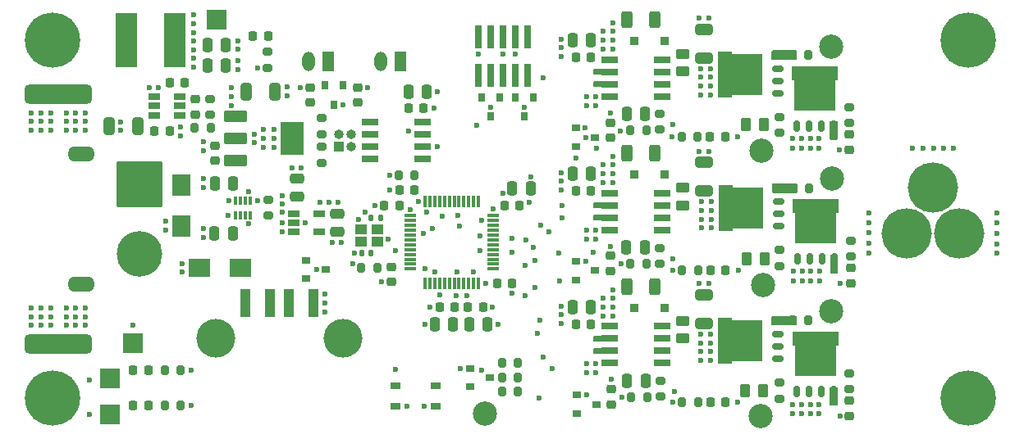
<source format=gts>
%TF.GenerationSoftware,KiCad,Pcbnew,8.0.9-8.0.9-0~ubuntu22.04.1*%
%TF.CreationDate,2025-12-20T23:57:42-07:00*%
%TF.ProjectId,ESC_KiCAD,4553435f-4b69-4434-9144-2e6b69636164,A*%
%TF.SameCoordinates,Original*%
%TF.FileFunction,Soldermask,Top*%
%TF.FilePolarity,Negative*%
%FSLAX46Y46*%
G04 Gerber Fmt 4.6, Leading zero omitted, Abs format (unit mm)*
G04 Created by KiCad (PCBNEW 8.0.9-8.0.9-0~ubuntu22.04.1) date 2025-12-20 23:57:42*
%MOMM*%
%LPD*%
G01*
G04 APERTURE LIST*
G04 Aperture macros list*
%AMRoundRect*
0 Rectangle with rounded corners*
0 $1 Rounding radius*
0 $2 $3 $4 $5 $6 $7 $8 $9 X,Y pos of 4 corners*
0 Add a 4 corners polygon primitive as box body*
4,1,4,$2,$3,$4,$5,$6,$7,$8,$9,$2,$3,0*
0 Add four circle primitives for the rounded corners*
1,1,$1+$1,$2,$3*
1,1,$1+$1,$4,$5*
1,1,$1+$1,$6,$7*
1,1,$1+$1,$8,$9*
0 Add four rect primitives between the rounded corners*
20,1,$1+$1,$2,$3,$4,$5,0*
20,1,$1+$1,$4,$5,$6,$7,0*
20,1,$1+$1,$6,$7,$8,$9,0*
20,1,$1+$1,$8,$9,$2,$3,0*%
%AMFreePoly0*
4,1,9,2.100000,-2.000000,2.350000,-2.000000,2.350000,-3.500000,-2.350000,-3.500000,-2.350000,-2.000000,-2.100000,-2.000000,-2.100000,1.100000,2.100000,1.100000,2.100000,-2.000000,2.100000,-2.000000,$1*%
G04 Aperture macros list end*
%ADD10RoundRect,0.061667X0.783333X0.308333X-0.783333X0.308333X-0.783333X-0.308333X0.783333X-0.308333X0*%
%ADD11R,0.800000X0.900000*%
%ADD12C,4.000000*%
%ADD13R,1.120000X2.880000*%
%ADD14RoundRect,0.066667X-0.133333X0.318333X-0.133333X-0.318333X0.133333X-0.318333X0.133333X0.318333X0*%
%ADD15RoundRect,0.102000X-1.075000X-1.625000X1.075000X-1.625000X1.075000X1.625000X-1.075000X1.625000X0*%
%ADD16RoundRect,0.102000X-1.075000X-0.475000X1.075000X-0.475000X1.075000X0.475000X-1.075000X0.475000X0*%
%ADD17RoundRect,0.061667X0.558333X-0.308333X0.558333X0.308333X-0.558333X0.308333X-0.558333X-0.308333X0*%
%ADD18O,2.804000X1.604000*%
%ADD19C,4.704000*%
%ADD20RoundRect,0.102000X2.250000X-2.250000X2.250000X2.250000X-2.250000X2.250000X-2.250000X-2.250000X0*%
%ADD21C,5.200000*%
%ADD22RoundRect,0.250000X0.450000X-0.262500X0.450000X0.262500X-0.450000X0.262500X-0.450000X-0.262500X0*%
%ADD23C,5.700000*%
%ADD24RoundRect,0.200000X0.200000X0.275000X-0.200000X0.275000X-0.200000X-0.275000X0.200000X-0.275000X0*%
%ADD25C,2.500000*%
%ADD26RoundRect,0.250000X0.650000X-0.325000X0.650000X0.325000X-0.650000X0.325000X-0.650000X-0.325000X0*%
%ADD27RoundRect,0.218750X0.218750X0.256250X-0.218750X0.256250X-0.218750X-0.256250X0.218750X-0.256250X0*%
%ADD28RoundRect,0.200000X0.275000X-0.200000X0.275000X0.200000X-0.275000X0.200000X-0.275000X-0.200000X0*%
%ADD29RoundRect,0.500000X-3.000000X-0.500000X3.000000X-0.500000X3.000000X0.500000X-3.000000X0.500000X0*%
%ADD30RoundRect,0.225000X-0.225000X-0.250000X0.225000X-0.250000X0.225000X0.250000X-0.225000X0.250000X0*%
%ADD31RoundRect,0.225000X-0.250000X0.225000X-0.250000X-0.225000X0.250000X-0.225000X0.250000X0.225000X0*%
%ADD32R,0.900000X0.800000*%
%ADD33RoundRect,0.250000X-0.250000X-0.475000X0.250000X-0.475000X0.250000X0.475000X-0.250000X0.475000X0*%
%ADD34RoundRect,0.200000X-0.200000X-0.275000X0.200000X-0.275000X0.200000X0.275000X-0.200000X0.275000X0*%
%ADD35O,1.000000X1.000000*%
%ADD36R,1.000000X1.000000*%
%ADD37RoundRect,0.250000X-0.312500X-0.625000X0.312500X-0.625000X0.312500X0.625000X-0.312500X0.625000X0*%
%ADD38FreePoly0,180.000000*%
%ADD39RoundRect,0.175000X0.175000X0.400000X-0.175000X0.400000X-0.175000X-0.400000X0.175000X-0.400000X0*%
%ADD40FreePoly0,270.000000*%
%ADD41RoundRect,0.175000X-0.400000X0.175000X-0.400000X-0.175000X0.400000X-0.175000X0.400000X0.175000X0*%
%ADD42R,0.304800X1.193800*%
%ADD43R,1.193800X0.304800*%
%ADD44RoundRect,0.250000X0.250000X0.475000X-0.250000X0.475000X-0.250000X-0.475000X0.250000X-0.475000X0*%
%ADD45RoundRect,0.250000X-0.325000X-0.650000X0.325000X-0.650000X0.325000X0.650000X-0.325000X0.650000X0*%
%ADD46RoundRect,0.225000X0.225000X0.250000X-0.225000X0.250000X-0.225000X-0.250000X0.225000X-0.250000X0*%
%ADD47RoundRect,0.200000X-0.275000X0.200000X-0.275000X-0.200000X0.275000X-0.200000X0.275000X0.200000X0*%
%ADD48RoundRect,0.250000X-0.262500X-0.450000X0.262500X-0.450000X0.262500X0.450000X-0.262500X0.450000X0*%
%ADD49RoundRect,0.140000X0.140000X0.170000X-0.140000X0.170000X-0.140000X-0.170000X0.140000X-0.170000X0*%
%ADD50RoundRect,0.250000X0.325000X0.650000X-0.325000X0.650000X-0.325000X-0.650000X0.325000X-0.650000X0*%
%ADD51R,1.900000X2.200000*%
%ADD52RoundRect,0.225000X0.250000X-0.225000X0.250000X0.225000X-0.250000X0.225000X-0.250000X-0.225000X0*%
%ADD53RoundRect,0.061667X-0.783333X-0.308333X0.783333X-0.308333X0.783333X0.308333X-0.783333X0.308333X0*%
%ADD54R,2.200000X5.700000*%
%ADD55O,1.300000X2.000000*%
%ADD56R,1.300000X2.000000*%
%ADD57R,2.000000X2.000000*%
%ADD58R,1.050000X0.650000*%
%ADD59RoundRect,0.250000X-0.475000X0.250000X-0.475000X-0.250000X0.475000X-0.250000X0.475000X0.250000X0*%
%ADD60RoundRect,0.250000X0.475000X-0.250000X0.475000X0.250000X-0.475000X0.250000X-0.475000X-0.250000X0*%
%ADD61R,0.900000X0.950000*%
%ADD62R,0.800000X2.400000*%
%ADD63R,1.200000X1.000000*%
%ADD64R,2.200000X1.900000*%
%ADD65C,0.600000*%
G04 APERTURE END LIST*
D10*
X157400000Y-83705000D03*
X157400000Y-82435000D03*
X157400000Y-81165000D03*
X157400000Y-79895000D03*
X162800000Y-79895000D03*
X162800000Y-81165000D03*
X162800000Y-82435000D03*
X162800000Y-83705000D03*
D11*
X153624400Y-78050000D03*
X152674400Y-76050000D03*
X154574400Y-76050000D03*
D12*
X154570000Y-102188100D03*
X141430000Y-102188100D03*
D13*
X151500000Y-98608100D03*
X149000000Y-98608100D03*
X147000000Y-98608100D03*
X144500000Y-98608100D03*
D14*
X145000189Y-89525600D03*
X144500063Y-89525600D03*
X144000000Y-89525600D03*
X143500000Y-89525600D03*
X143500000Y-88025600D03*
X144000000Y-88025600D03*
X144500000Y-88025600D03*
X145000189Y-88025600D03*
D15*
X149300000Y-81550000D03*
D16*
X143500000Y-83850000D03*
X143500000Y-81550000D03*
X143500000Y-79250000D03*
D17*
X137700000Y-77249999D03*
X137700000Y-78200000D03*
X137700000Y-79149998D03*
X135100000Y-79149998D03*
X135100000Y-78200000D03*
X135100000Y-77250000D03*
D18*
X127539400Y-96650000D03*
X127539400Y-83150000D03*
D19*
X133539400Y-93500000D03*
D20*
X133539400Y-86300000D03*
D21*
X215450000Y-86600000D03*
X212700000Y-91350000D03*
X218200000Y-91350000D03*
D22*
X189650000Y-86637500D03*
X189650000Y-88462500D03*
D23*
X124600000Y-71400000D03*
D11*
X173284400Y-79300000D03*
X172334400Y-77300000D03*
X174234400Y-77300000D03*
D24*
X139275000Y-80500000D03*
X140925000Y-80500000D03*
D25*
X204950000Y-99450000D03*
D26*
X191850000Y-84025000D03*
X191850000Y-86975000D03*
D27*
X192493450Y-95200000D03*
X194068450Y-95200000D03*
D28*
X187255000Y-92875000D03*
X187255000Y-94525000D03*
D29*
X125200000Y-77000000D03*
D30*
X180170000Y-73195000D03*
X178620000Y-73195000D03*
D31*
X182150000Y-81470000D03*
X182150000Y-79920000D03*
D32*
X152800000Y-95100000D03*
X150800000Y-96050000D03*
X150800000Y-94150000D03*
D33*
X180150000Y-85195000D03*
X178250000Y-85195000D03*
D34*
X137837500Y-105500000D03*
X136187500Y-105500000D03*
D35*
X155395000Y-81154400D03*
X155395000Y-82424400D03*
X154125000Y-81154400D03*
D36*
X154125000Y-82424400D03*
D27*
X192444050Y-81400000D03*
X194019050Y-81400000D03*
D24*
X184225000Y-80745000D03*
X185875000Y-80745000D03*
D37*
X186757500Y-96895000D03*
X183832500Y-96895000D03*
D33*
X143250000Y-86200000D03*
X141350000Y-86200000D03*
D32*
X180600000Y-95215000D03*
X178600000Y-96165000D03*
X178600000Y-94265000D03*
D38*
X203300000Y-104995000D03*
D39*
X205205000Y-107720000D03*
X203935000Y-107720000D03*
X202665000Y-107720000D03*
X201395000Y-107720000D03*
D40*
X196800000Y-88750000D03*
D41*
X199525000Y-86845000D03*
X199525000Y-88115000D03*
X199525000Y-89385000D03*
X199525000Y-90655000D03*
D24*
X160325000Y-85399999D03*
X161975000Y-85399999D03*
D34*
X202620000Y-100395000D03*
X200970000Y-100395000D03*
D42*
X163050000Y-88050000D03*
X163549999Y-88050000D03*
X164050001Y-88050000D03*
X164550000Y-88050000D03*
X165049999Y-88050000D03*
X165550000Y-88050000D03*
X166050000Y-88050000D03*
X166550001Y-88050000D03*
X167050000Y-88050000D03*
X167549999Y-88050000D03*
X168050001Y-88050000D03*
X168550000Y-88050000D03*
D43*
X170049999Y-89549999D03*
X170049999Y-90049998D03*
X170049999Y-90550000D03*
X170049999Y-91049999D03*
X170049999Y-91549998D03*
X170049999Y-92049999D03*
X170049999Y-92549999D03*
X170049999Y-93050000D03*
X170049999Y-93549999D03*
X170049999Y-94049998D03*
X170049999Y-94550000D03*
X170049999Y-95049999D03*
D42*
X168550000Y-96549998D03*
X168050001Y-96549998D03*
X167549999Y-96549998D03*
X167050000Y-96549998D03*
X166550001Y-96549998D03*
X166050000Y-96549998D03*
X165550000Y-96549998D03*
X165049999Y-96549998D03*
X164550000Y-96549998D03*
X164050001Y-96549998D03*
X163549999Y-96549998D03*
X163050000Y-96549998D03*
D43*
X161550001Y-95049999D03*
X161550001Y-94550000D03*
X161550001Y-94049998D03*
X161550001Y-93549999D03*
X161550001Y-93050000D03*
X161550001Y-92549999D03*
X161550001Y-92049999D03*
X161550001Y-91549998D03*
X161550001Y-91049999D03*
X161550001Y-90550000D03*
X161550001Y-90049998D03*
X161550001Y-89549999D03*
D44*
X183900000Y-106595000D03*
X185800000Y-106595000D03*
D22*
X189595000Y-72832500D03*
X189595000Y-74657500D03*
D45*
X147575000Y-76700000D03*
X144625000Y-76700000D03*
D46*
X170475000Y-96549999D03*
X172025000Y-96549999D03*
D30*
X160375000Y-88499999D03*
X158825000Y-88499999D03*
D23*
X219100000Y-71400000D03*
D47*
X206950000Y-93775000D03*
X206950000Y-92125000D03*
X146800000Y-74275000D03*
X146800000Y-72625000D03*
D28*
X187250000Y-79015000D03*
X187250000Y-80665000D03*
D31*
X182295000Y-109035000D03*
X182295000Y-107485000D03*
D34*
X202620000Y-72945000D03*
X200970000Y-72945000D03*
D47*
X206850000Y-79965000D03*
X206850000Y-78315000D03*
D34*
X172625000Y-107700000D03*
X170975000Y-107700000D03*
D47*
X140850000Y-79125000D03*
X140850000Y-77475000D03*
X199650000Y-94750000D03*
X199650000Y-93100000D03*
D11*
X169834400Y-79300000D03*
X168884400Y-77300000D03*
X170784400Y-77300000D03*
D47*
X199595000Y-108470000D03*
X199595000Y-106820000D03*
D33*
X143200000Y-91350000D03*
X141300000Y-91350000D03*
D26*
X191795000Y-70270000D03*
X191795000Y-73220000D03*
D30*
X162875000Y-78400000D03*
X161325000Y-78400000D03*
D48*
X198062500Y-94000000D03*
X196237500Y-94000000D03*
D30*
X180175000Y-86995000D03*
X178625000Y-86995000D03*
D27*
X132900000Y-109200000D03*
X134475000Y-109200000D03*
D49*
X156520001Y-93449999D03*
X157480001Y-93449999D03*
D46*
X136725000Y-75800000D03*
X138275000Y-75800000D03*
D38*
X203295000Y-77545000D03*
D39*
X205200000Y-80270000D03*
X203930000Y-80270000D03*
X202660000Y-80270000D03*
X201390000Y-80270000D03*
D48*
X198007500Y-80145000D03*
X196182500Y-80145000D03*
D37*
X186762500Y-83095000D03*
X183837500Y-83095000D03*
D47*
X206850000Y-107475000D03*
X206850000Y-105825000D03*
D31*
X139350000Y-79075000D03*
X139350000Y-77525000D03*
D34*
X191206550Y-95200000D03*
X189556550Y-95200000D03*
D33*
X142500000Y-71900000D03*
X140600000Y-71900000D03*
D30*
X161925000Y-86899999D03*
X160375000Y-86899999D03*
D25*
X197900000Y-96700000D03*
D34*
X202675000Y-86700000D03*
X201025000Y-86700000D03*
D50*
X130425000Y-80300000D03*
X133375000Y-80300000D03*
D51*
X137900000Y-90588100D03*
X137900000Y-86388100D03*
D29*
X125200000Y-102800000D03*
D46*
X135125000Y-80800000D03*
X136675000Y-80800000D03*
D34*
X191181550Y-81400000D03*
X189531550Y-81400000D03*
D25*
X169200000Y-110000000D03*
D52*
X156100000Y-76275000D03*
X156100000Y-77825000D03*
D53*
X187495000Y-100990000D03*
X187495000Y-102260000D03*
X187495000Y-103530000D03*
X187495000Y-104800000D03*
X182095000Y-104800000D03*
X182095000Y-103530000D03*
X182095000Y-102260000D03*
X182095000Y-100990000D03*
D47*
X152345000Y-81125000D03*
X152345000Y-79475000D03*
D34*
X137825000Y-109200000D03*
X136175000Y-109200000D03*
D52*
X206850000Y-108675000D03*
X206850000Y-110225000D03*
D54*
X137200000Y-71400000D03*
X132200000Y-71400000D03*
D22*
X189595000Y-100432500D03*
X189595000Y-102257500D03*
D46*
X171225000Y-88499999D03*
X172775000Y-88499999D03*
D44*
X183805000Y-92800000D03*
X185705000Y-92800000D03*
D55*
X158500000Y-73625000D03*
D56*
X160500000Y-73625000D03*
D34*
X172625000Y-104800000D03*
X170975000Y-104800000D03*
D23*
X124600000Y-108400000D03*
D47*
X146850000Y-89525000D03*
X146850000Y-87875000D03*
D25*
X197700000Y-110300000D03*
D57*
X130512500Y-106400000D03*
D52*
X206950000Y-94975000D03*
X206950000Y-96525000D03*
D34*
X191212500Y-108800000D03*
X189562500Y-108800000D03*
D57*
X141550000Y-69300000D03*
D52*
X151150000Y-76300000D03*
X151150000Y-77850000D03*
D44*
X183832500Y-79040000D03*
X185732500Y-79040000D03*
D24*
X184225000Y-94515000D03*
X185875000Y-94515000D03*
D28*
X187350000Y-106620000D03*
X187350000Y-108270000D03*
D17*
X152100000Y-89349999D03*
X152100000Y-91249998D03*
X149500000Y-91249998D03*
X149500000Y-90300000D03*
X149500000Y-89350000D03*
D58*
X164150600Y-109275000D03*
X160000600Y-109275000D03*
X164150600Y-107125000D03*
X160000600Y-107125000D03*
D34*
X158125001Y-94899999D03*
X156475001Y-94899999D03*
D33*
X142500000Y-74000000D03*
X140600000Y-74000000D03*
D48*
X197907500Y-107595000D03*
X196082500Y-107595000D03*
D53*
X187495000Y-73390000D03*
X187495000Y-74660000D03*
X187495000Y-75930000D03*
X187495000Y-77200000D03*
X182095000Y-77200000D03*
X182095000Y-75930000D03*
X182095000Y-74660000D03*
X182095000Y-73390000D03*
D32*
X180600000Y-81445000D03*
X178600000Y-82395000D03*
X178600000Y-80495000D03*
D25*
X204950000Y-72050000D03*
D59*
X149800000Y-87600000D03*
X149800000Y-85700000D03*
D60*
X153950000Y-89350000D03*
X153950000Y-91250000D03*
D46*
X167475000Y-98999999D03*
X169025000Y-98999999D03*
D37*
X186757500Y-69295000D03*
X183832500Y-69295000D03*
D44*
X167600000Y-100749999D03*
X169500000Y-100749999D03*
D27*
X132925000Y-105500000D03*
X134500000Y-105500000D03*
D24*
X184320000Y-108310000D03*
X185970000Y-108310000D03*
D38*
X203350000Y-91300000D03*
D39*
X205255000Y-94025000D03*
X203985000Y-94025000D03*
X202715000Y-94025000D03*
X201445000Y-94025000D03*
D31*
X182150000Y-95240000D03*
X182150000Y-93690000D03*
D33*
X165950000Y-100749999D03*
X164050000Y-100749999D03*
X172050000Y-86750000D03*
X173950000Y-86750000D03*
D27*
X145262500Y-70950000D03*
X146837500Y-70950000D03*
D61*
X184620000Y-99095000D03*
X187770000Y-99095000D03*
D55*
X151050000Y-73625000D03*
D56*
X153050000Y-73625000D03*
D25*
X205050000Y-85750000D03*
D61*
X184620000Y-71495000D03*
X187770000Y-71495000D03*
D62*
X168570000Y-75000000D03*
X168570000Y-71099998D03*
X169840000Y-75000000D03*
X169840000Y-71099998D03*
X171110000Y-75000000D03*
X171110000Y-71099998D03*
X172380000Y-75000000D03*
X172380000Y-71099998D03*
X173650000Y-75000000D03*
X173650000Y-71099998D03*
D52*
X159600001Y-94824999D03*
X159600001Y-96374999D03*
D27*
X192462500Y-108800000D03*
X194037500Y-108800000D03*
D40*
X196745000Y-74995000D03*
D41*
X199470000Y-73090000D03*
X199470000Y-74360000D03*
X199470000Y-75630000D03*
X199470000Y-76900000D03*
D49*
X157470001Y-89749999D03*
X158430001Y-89749999D03*
D31*
X141350000Y-83875000D03*
X141350000Y-82325000D03*
D32*
X169700000Y-106300000D03*
X167700000Y-107250000D03*
X167700000Y-105350000D03*
D33*
X180145000Y-98995000D03*
X178245000Y-98995000D03*
D47*
X199595000Y-80970000D03*
X199595000Y-79320000D03*
D30*
X180170000Y-100795000D03*
X178620000Y-100795000D03*
D47*
X152345000Y-84075000D03*
X152345000Y-82425000D03*
D57*
X130500000Y-110100000D03*
D61*
X184625000Y-85295000D03*
X187775000Y-85295000D03*
D30*
X166075000Y-98999999D03*
X164525000Y-98999999D03*
D53*
X187500000Y-87195000D03*
X187500000Y-88465000D03*
X187500000Y-89735000D03*
X187500000Y-91005000D03*
X182100000Y-91005000D03*
X182100000Y-89735000D03*
X182100000Y-88465000D03*
X182100000Y-87195000D03*
D63*
X158100001Y-92249999D03*
X156400001Y-92249999D03*
X156400001Y-90949999D03*
X158100001Y-90949999D03*
D64*
X139750000Y-94950000D03*
X143950000Y-94950000D03*
D33*
X180145000Y-71395000D03*
X178245000Y-71395000D03*
D52*
X206850000Y-81175000D03*
X206850000Y-82725000D03*
D40*
X196745000Y-102445000D03*
D41*
X199470000Y-100540000D03*
X199470000Y-101810000D03*
X199470000Y-103080000D03*
X199470000Y-104350000D03*
D34*
X172625000Y-106250000D03*
X170975000Y-106250000D03*
D23*
X219100000Y-108400000D03*
D32*
X180745000Y-109035600D03*
X178745000Y-109985600D03*
X178745000Y-108085600D03*
D33*
X163250000Y-76700000D03*
X161350000Y-76700000D03*
D25*
X197750000Y-82850000D03*
D57*
X132900000Y-102700000D03*
D26*
X191800000Y-97720000D03*
X191800000Y-100670000D03*
D65*
X216550000Y-82600000D03*
X217550000Y-82600000D03*
X215500000Y-82600000D03*
X214400000Y-82600000D03*
X213350000Y-82600000D03*
X222050000Y-92450000D03*
X222050000Y-93450000D03*
X222050000Y-91400000D03*
X222050000Y-90300000D03*
X222050000Y-89250000D03*
X208850000Y-93450000D03*
X208850000Y-92400000D03*
X208850000Y-91300000D03*
X208850000Y-90250000D03*
X208850000Y-89250000D03*
X132900000Y-100900000D03*
X145400000Y-82000000D03*
X145400000Y-81100000D03*
X146400000Y-82450000D03*
X146400000Y-80650000D03*
X146400000Y-81550000D03*
X138900000Y-109200000D03*
X138900000Y-105500000D03*
X128400000Y-110100000D03*
X128400000Y-106500000D03*
X164800000Y-89600000D03*
X163800000Y-90900000D03*
X180400000Y-93342000D03*
X176800000Y-93400000D03*
X162900000Y-91400000D03*
X180700000Y-82550000D03*
X178600000Y-83600000D03*
X166600000Y-90600000D03*
X175200000Y-75300000D03*
X166650000Y-105350000D03*
X168850000Y-105500000D03*
X163050000Y-95050000D03*
X164550000Y-97750000D03*
X174800000Y-108400000D03*
X176150000Y-105350000D03*
X175200000Y-104150000D03*
X164050000Y-95400000D03*
X174350000Y-97000000D03*
X174350000Y-94200000D03*
X173400000Y-97850000D03*
X173400000Y-94700000D03*
X176900000Y-96300000D03*
X166450000Y-89550000D03*
X179655000Y-81445000D03*
X172000000Y-91850000D03*
X154400000Y-92350000D03*
X202795000Y-109045000D03*
X183345000Y-108310000D03*
X171110000Y-72874398D03*
X136300000Y-91050000D03*
X157150000Y-76275000D03*
X127000000Y-100000000D03*
X126000000Y-99100000D03*
X126000000Y-78900000D03*
X179750000Y-91055000D03*
X126000000Y-80700000D03*
X127000000Y-80700000D03*
X180650000Y-105750000D03*
X205875000Y-96525000D03*
X136300000Y-90150000D03*
X149350000Y-84600000D03*
X161175600Y-109275000D03*
X163550000Y-98999999D03*
X127000000Y-100900000D03*
X140200000Y-86650000D03*
X154550000Y-78050000D03*
X140200000Y-81900000D03*
X164285000Y-82435000D03*
X143750000Y-72350000D03*
X159400000Y-86899999D03*
X183250000Y-94515000D03*
X147450000Y-81550000D03*
X128000000Y-79800000D03*
X177100000Y-86895000D03*
X150700000Y-90300000D03*
X179720600Y-108085600D03*
X126000000Y-100900000D03*
X156200000Y-89899998D03*
X173950000Y-85500001D03*
X182150000Y-78945000D03*
X168900000Y-90049999D03*
X172384400Y-72849998D03*
X180650000Y-91050000D03*
X179600000Y-94265000D03*
X200995000Y-81545000D03*
X147450000Y-80650000D03*
X152700000Y-99500000D03*
X201895000Y-81545000D03*
X173800000Y-88200000D03*
X152700000Y-97650000D03*
X180650000Y-91950000D03*
X179550000Y-80495000D03*
X201050000Y-95300000D03*
X155750001Y-93449999D03*
X140200000Y-85750000D03*
X126000000Y-79800000D03*
X177100000Y-85095000D03*
X173284400Y-78349998D03*
X142750000Y-89525600D03*
X200995000Y-110045000D03*
X205775000Y-82725000D03*
X142774400Y-88025600D03*
X126000000Y-100000000D03*
X177095000Y-72195000D03*
X148300000Y-90300000D03*
X151850000Y-95100000D03*
X131600000Y-80750000D03*
X137950000Y-95400000D03*
X179750000Y-104855000D03*
X192350588Y-82872353D03*
X163200000Y-89199999D03*
X128000000Y-80700000D03*
X140150000Y-91800000D03*
X177095000Y-73095000D03*
X177095000Y-98895000D03*
X203695000Y-110045000D03*
X180650000Y-77245000D03*
X179750000Y-91955000D03*
X128000000Y-100000000D03*
X177095000Y-100695000D03*
X157850000Y-88499999D03*
X166350000Y-95350000D03*
X195400000Y-95200000D03*
X201895000Y-109045000D03*
X163000000Y-100749999D03*
X147450000Y-82450000D03*
X180650000Y-78145000D03*
X150250000Y-84600000D03*
X170550000Y-100749999D03*
X163950000Y-78400000D03*
X143750000Y-74450000D03*
X128000000Y-100900000D03*
X201895000Y-110045000D03*
X182295000Y-106460000D03*
X191300588Y-96545000D03*
X127000000Y-79800000D03*
X192300588Y-96545000D03*
X179750000Y-77250000D03*
X200995000Y-82545000D03*
X127000000Y-99100000D03*
X203695000Y-81545000D03*
X177095000Y-71295000D03*
X172025000Y-97550000D03*
X143750000Y-71450000D03*
X148800000Y-76250000D03*
X191295000Y-69095000D03*
X183200000Y-80795000D03*
X168050000Y-95399999D03*
X203695000Y-82545000D03*
X131600000Y-79850000D03*
X203750000Y-96300000D03*
X203750000Y-95300000D03*
X137800000Y-81300000D03*
X177095000Y-99795000D03*
X202795000Y-110045000D03*
X168570000Y-72835598D03*
X143750000Y-73550000D03*
X134600000Y-76350000D03*
X169834400Y-78349998D03*
X153500000Y-92350000D03*
X205850000Y-110225000D03*
X152700000Y-98550000D03*
X177100000Y-85995000D03*
X202850000Y-96300000D03*
X145800000Y-74275000D03*
X137950000Y-94500000D03*
X127000000Y-78900000D03*
X162975600Y-109275000D03*
X150150000Y-76300000D03*
X201895000Y-82545000D03*
X159400000Y-85399999D03*
X200995000Y-109045000D03*
X137800000Y-80400000D03*
X135500000Y-76350000D03*
X192295000Y-69095000D03*
X170000000Y-98999999D03*
X201050000Y-96300000D03*
X202795000Y-81545000D03*
X203695000Y-109045000D03*
X180650000Y-104850000D03*
X179750000Y-105755000D03*
X140200000Y-82800000D03*
X195331550Y-81400000D03*
X128000000Y-99100000D03*
X202850000Y-95300000D03*
X145750000Y-88025600D03*
X158525001Y-96374999D03*
X156900000Y-89149998D03*
X195300000Y-108800000D03*
X140150000Y-90900000D03*
X201950000Y-96300000D03*
X179750000Y-78150000D03*
X191350588Y-82872353D03*
X164350000Y-76700000D03*
X202795000Y-82545000D03*
X148800000Y-77150000D03*
X182150000Y-92715000D03*
X159250001Y-91999999D03*
X201950000Y-95300000D03*
X128000000Y-78900000D03*
X148350000Y-87450000D03*
X144800000Y-87100000D03*
X148350000Y-88300000D03*
X144800000Y-90400000D03*
X148350000Y-89150000D03*
X148350000Y-91250000D03*
X154100000Y-88200000D03*
X162400001Y-88050000D03*
X169300000Y-96549999D03*
X161550000Y-88899999D03*
X170050000Y-88799999D03*
X155550001Y-94499998D03*
X167350000Y-97799999D03*
X152200000Y-88200000D03*
X166250000Y-97799999D03*
X153150000Y-88200000D03*
X161325000Y-80775000D03*
X171050000Y-87250000D03*
X191495000Y-74345000D03*
X191550000Y-89000000D03*
X191550000Y-89900000D03*
X123400000Y-80700000D03*
X191550000Y-90800000D03*
X122400000Y-100000000D03*
X192495000Y-75245000D03*
X192550000Y-88100000D03*
X192550000Y-89900000D03*
X124400000Y-100900000D03*
X124400000Y-79800000D03*
X124400000Y-100000000D03*
X124400000Y-78900000D03*
X123400000Y-79800000D03*
X124400000Y-80700000D03*
X191495000Y-103595000D03*
X122400000Y-100900000D03*
X191550000Y-88100000D03*
X191495000Y-101795000D03*
X191495000Y-102695000D03*
X123400000Y-78900000D03*
X192495000Y-101795000D03*
X122400000Y-99100000D03*
X122400000Y-80700000D03*
X123400000Y-100000000D03*
X191495000Y-75245000D03*
X123400000Y-99100000D03*
X122400000Y-78900000D03*
X192495000Y-76145000D03*
X191495000Y-104495000D03*
X192495000Y-102695000D03*
X192550000Y-90800000D03*
X192495000Y-103595000D03*
X192495000Y-74345000D03*
X192495000Y-77045000D03*
X122400000Y-79800000D03*
X124400000Y-99100000D03*
X192495000Y-104495000D03*
X123400000Y-100900000D03*
X191495000Y-77045000D03*
X192550000Y-89000000D03*
X191495000Y-76145000D03*
X188600000Y-94000000D03*
X188750000Y-107700000D03*
X188650000Y-80100000D03*
X168400000Y-80200000D03*
X160000001Y-93199999D03*
X160000000Y-105400000D03*
X168700000Y-91650000D03*
X177150000Y-88465000D03*
X168700000Y-93150000D03*
X177150000Y-89735000D03*
X175800000Y-91200000D03*
X174200000Y-92800000D03*
X175000000Y-90500000D03*
X173450000Y-92050000D03*
X174875000Y-100375000D03*
X172000000Y-93300000D03*
X174625000Y-101675000D03*
X143100000Y-76350000D03*
X139200000Y-70600000D03*
X182395000Y-99895000D03*
X181395000Y-72295000D03*
X182395000Y-70495000D03*
X182395000Y-97195000D03*
X139200000Y-72400000D03*
X139200000Y-73300000D03*
X143100000Y-77250000D03*
X181395000Y-98995000D03*
X139200000Y-71500000D03*
X139200000Y-74200000D03*
X182395000Y-71395000D03*
X182395000Y-69595000D03*
X182395000Y-98095000D03*
X139200000Y-69700000D03*
X181395000Y-70495000D03*
X181400000Y-86095000D03*
X182400000Y-86095000D03*
X182395000Y-98995000D03*
X182395000Y-72295000D03*
X182400000Y-85195000D03*
X181395000Y-99895000D03*
X181400000Y-85195000D03*
X182400000Y-83395000D03*
X181400000Y-98095000D03*
X143100000Y-78150000D03*
X181395000Y-71395000D03*
X182400000Y-84295000D03*
X139200000Y-68800000D03*
X181400000Y-84295000D03*
X188531550Y-81400000D03*
X188631550Y-95200000D03*
X188650000Y-108800000D03*
G36*
X201343039Y-99919685D02*
G01*
X201388794Y-99972489D01*
X201400000Y-100024000D01*
X201400000Y-100776000D01*
X201380315Y-100843039D01*
X201327511Y-100888794D01*
X201276000Y-100900000D01*
X198924000Y-100900000D01*
X198856961Y-100880315D01*
X198811206Y-100827511D01*
X198800000Y-100776000D01*
X198800000Y-100024000D01*
X198819685Y-99956961D01*
X198872489Y-99911206D01*
X198924000Y-99900000D01*
X201276000Y-99900000D01*
X201343039Y-99919685D01*
G37*
G36*
X201393039Y-86219685D02*
G01*
X201438794Y-86272489D01*
X201450000Y-86324000D01*
X201450000Y-87076000D01*
X201430315Y-87143039D01*
X201377511Y-87188794D01*
X201326000Y-87200000D01*
X198974000Y-87200000D01*
X198906961Y-87180315D01*
X198861206Y-87127511D01*
X198850000Y-87076000D01*
X198850000Y-86324000D01*
X198869685Y-86256961D01*
X198922489Y-86211206D01*
X198974000Y-86200000D01*
X201326000Y-86200000D01*
X201393039Y-86219685D01*
G37*
G36*
X201343039Y-72469685D02*
G01*
X201388794Y-72522489D01*
X201400000Y-72574000D01*
X201400000Y-73326000D01*
X201380315Y-73393039D01*
X201327511Y-73438794D01*
X201276000Y-73450000D01*
X198924000Y-73450000D01*
X198856961Y-73430315D01*
X198811206Y-73377511D01*
X198800000Y-73326000D01*
X198800000Y-72574000D01*
X198819685Y-72506961D01*
X198872489Y-72461206D01*
X198924000Y-72450000D01*
X201276000Y-72450000D01*
X201343039Y-72469685D01*
G37*
G36*
X205543039Y-107269685D02*
G01*
X205588794Y-107322489D01*
X205600000Y-107374000D01*
X205600000Y-109076000D01*
X205580315Y-109143039D01*
X205527511Y-109188794D01*
X205476000Y-109200000D01*
X204924000Y-109200000D01*
X204856961Y-109180315D01*
X204811206Y-109127511D01*
X204800000Y-109076000D01*
X204800000Y-107374000D01*
X204819685Y-107306961D01*
X204872489Y-107261206D01*
X204924000Y-107250000D01*
X205476000Y-107250000D01*
X205543039Y-107269685D01*
G37*
G36*
X205593039Y-93569685D02*
G01*
X205638794Y-93622489D01*
X205650000Y-93674000D01*
X205650000Y-95376000D01*
X205630315Y-95443039D01*
X205577511Y-95488794D01*
X205526000Y-95500000D01*
X204974000Y-95500000D01*
X204906961Y-95480315D01*
X204861206Y-95427511D01*
X204850000Y-95376000D01*
X204850000Y-93674000D01*
X204869685Y-93606961D01*
X204922489Y-93561206D01*
X204974000Y-93550000D01*
X205526000Y-93550000D01*
X205593039Y-93569685D01*
G37*
G36*
X205543039Y-79769685D02*
G01*
X205588794Y-79822489D01*
X205600000Y-79874000D01*
X205600000Y-81576000D01*
X205580315Y-81643039D01*
X205527511Y-81688794D01*
X205476000Y-81700000D01*
X204924000Y-81700000D01*
X204856961Y-81680315D01*
X204811206Y-81627511D01*
X204800000Y-81576000D01*
X204800000Y-79874000D01*
X204819685Y-79806961D01*
X204872489Y-79761206D01*
X204924000Y-79750000D01*
X205476000Y-79750000D01*
X205543039Y-79769685D01*
G37*
G36*
X182843039Y-101969685D02*
G01*
X182888794Y-102022489D01*
X182900000Y-102074000D01*
X182900000Y-102426000D01*
X182880315Y-102493039D01*
X182827511Y-102538794D01*
X182776000Y-102550000D01*
X180524000Y-102550000D01*
X180456961Y-102530315D01*
X180411206Y-102477511D01*
X180400000Y-102426000D01*
X180400000Y-102074000D01*
X180419685Y-102006961D01*
X180472489Y-101961206D01*
X180524000Y-101950000D01*
X182776000Y-101950000D01*
X182843039Y-101969685D01*
G37*
G36*
X182843039Y-103269685D02*
G01*
X182888794Y-103322489D01*
X182900000Y-103374000D01*
X182900000Y-103726000D01*
X182880315Y-103793039D01*
X182827511Y-103838794D01*
X182776000Y-103850000D01*
X180524000Y-103850000D01*
X180456961Y-103830315D01*
X180411206Y-103777511D01*
X180400000Y-103726000D01*
X180400000Y-103374000D01*
X180419685Y-103306961D01*
X180472489Y-103261206D01*
X180524000Y-103250000D01*
X182776000Y-103250000D01*
X182843039Y-103269685D01*
G37*
G36*
X182843039Y-88169685D02*
G01*
X182888794Y-88222489D01*
X182900000Y-88274000D01*
X182900000Y-88626000D01*
X182880315Y-88693039D01*
X182827511Y-88738794D01*
X182776000Y-88750000D01*
X180524000Y-88750000D01*
X180456961Y-88730315D01*
X180411206Y-88677511D01*
X180400000Y-88626000D01*
X180400000Y-88274000D01*
X180419685Y-88206961D01*
X180472489Y-88161206D01*
X180524000Y-88150000D01*
X182776000Y-88150000D01*
X182843039Y-88169685D01*
G37*
G36*
X182843039Y-89469685D02*
G01*
X182888794Y-89522489D01*
X182900000Y-89574000D01*
X182900000Y-89926000D01*
X182880315Y-89993039D01*
X182827511Y-90038794D01*
X182776000Y-90050000D01*
X180524000Y-90050000D01*
X180456961Y-90030315D01*
X180411206Y-89977511D01*
X180400000Y-89926000D01*
X180400000Y-89574000D01*
X180419685Y-89506961D01*
X180472489Y-89461206D01*
X180524000Y-89450000D01*
X182776000Y-89450000D01*
X182843039Y-89469685D01*
G37*
G36*
X182843039Y-74369685D02*
G01*
X182888794Y-74422489D01*
X182900000Y-74474000D01*
X182900000Y-74826000D01*
X182880315Y-74893039D01*
X182827511Y-74938794D01*
X182776000Y-74950000D01*
X180524000Y-74950000D01*
X180456961Y-74930315D01*
X180411206Y-74877511D01*
X180400000Y-74826000D01*
X180400000Y-74474000D01*
X180419685Y-74406961D01*
X180472489Y-74361206D01*
X180524000Y-74350000D01*
X182776000Y-74350000D01*
X182843039Y-74369685D01*
G37*
G36*
X182843039Y-75669685D02*
G01*
X182888794Y-75722489D01*
X182900000Y-75774000D01*
X182900000Y-76126000D01*
X182880315Y-76193039D01*
X182827511Y-76238794D01*
X182776000Y-76250000D01*
X180524000Y-76250000D01*
X180456961Y-76230315D01*
X180411206Y-76177511D01*
X180400000Y-76126000D01*
X180400000Y-75774000D01*
X180419685Y-75706961D01*
X180472489Y-75661206D01*
X180524000Y-75650000D01*
X182776000Y-75650000D01*
X182843039Y-75669685D01*
G37*
M02*

</source>
